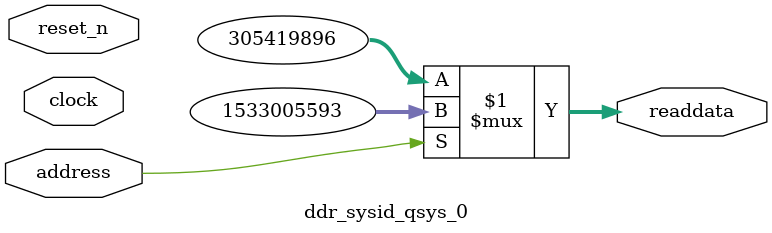
<source format=v>



// synthesis translate_off
`timescale 1ns / 1ps
// synthesis translate_on

// turn off superfluous verilog processor warnings 
// altera message_level Level1 
// altera message_off 10034 10035 10036 10037 10230 10240 10030 

module ddr_sysid_qsys_0 (
               // inputs:
                address,
                clock,
                reset_n,

               // outputs:
                readdata
             )
;

  output  [ 31: 0] readdata;
  input            address;
  input            clock;
  input            reset_n;

  wire    [ 31: 0] readdata;
  //control_slave, which is an e_avalon_slave
  assign readdata = address ? 1533005593 : 305419896;

endmodule



</source>
